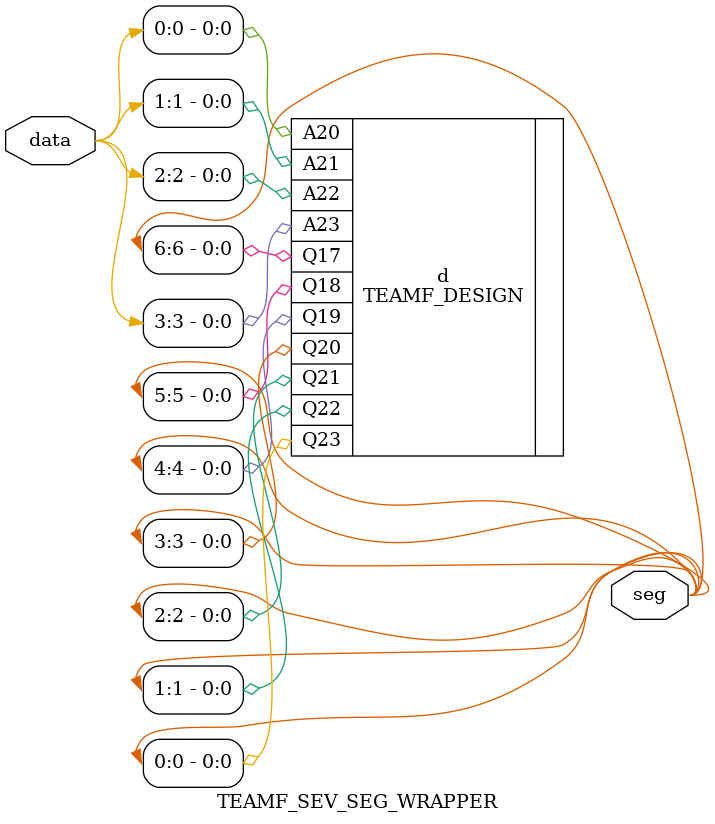
<source format=v>
module TEAMF_ALU_WRAPPER(
	input [3:0] X,
	input [3:0] Y,
	input [1:0] F,
	output reg [3:0] XY
);

TEAMF_DESIGN d(
	.A3(F[0]),
	.A4(F[1]),

	.A5(X[0]),
	.A6(X[1]),
	.A7(X[2]),
	.A8(X[3]),

	.A9(Y[0]),
	.A10(Y[1]),
	.A11(Y[2]),
	.A12(Y[3]),

	.Q2(XY[0]),
	.Q3(XY[1]),
	.Q4(XY[2]),
	.Q5(XY[3])
);
endmodule

module TEAMF_CLOCK_SEQ_WRAPPER(
	input Tick,
	input SyncMinIn,
	input SyncHourIn,
	input Clock,
	input nReset,

`ifdef SEQ_EXPOSE_INT
	output [3:0] min1,
	output [2:0] min10,
	output [3:0] hour1,
	output hour10,
`endif

	output Digit1,
	output Digit2,
	output Digit3,
	output Digit4,
	output DP,

	output D0,
	output D1,
	output D2,
	output D3
);

TEAMF_DESIGN d(
	.A13(Clock),
	.A14(nReset),
	.A17(Tick),

	.A18(SyncMinIn),
	.A19(SyncHourIn),

`ifdef SEQ_EXPOSE_INT
	.TEAMF_CLOCK_SEQ_1.min1_0(min1[0]),
	.TEAMF_CLOCK_SEQ_1.min1_1(min1[1]),
	.TEAMF_CLOCK_SEQ_1.min1_2(min1[2]),
	.TEAMF_CLOCK_SEQ_1.min1_3(min1[3]),

	.TEAMF_CLOCK_SEQ_1.min10_0(min10[0]),
	.TEAMF_CLOCK_SEQ_1.min10_1(min10[1]),
	.TEAMF_CLOCK_SEQ_1.min10_2(min10[2]),

	.TEAMF_CLOCK_SEQ_1.hour1_0(hour1[0]),
	.TEAMF_CLOCK_SEQ_1.hour1_1(hour1[1]),
	.TEAMF_CLOCK_SEQ_1.hour1_2(hour1[2]),
	.TEAMF_CLOCK_SEQ_1.hour1_3(hour1[3]),

	.TEAMF_CLOCK_SEQ_1.hour10(hour10),
`endif

	.Q8(Digit1),
	.Q9(Digit2),
	.Q10(Digit3),
	.Q11(Digit4),
	.Q12(DP),

	.Q13(D0),
	.Q14(D1),
	.Q15(D2),
	.Q16(D3)
);

endmodule

module TEAMF_SEV_SEG_WRAPPER(
	input [3:0] data,
	output [6:0] seg // segA-segG
);

TEAMF_DESIGN d(
	.A20(data[0]),
	.A21(data[1]),
	.A22(data[2]),
	.A23(data[3]),

	.Q17(seg[6]),
	.Q18(seg[5]),
	.Q19(seg[4]),
	.Q20(seg[3]),
	.Q21(seg[2]),
	.Q22(seg[1]),
	.Q23(seg[0])
);

endmodule

</source>
